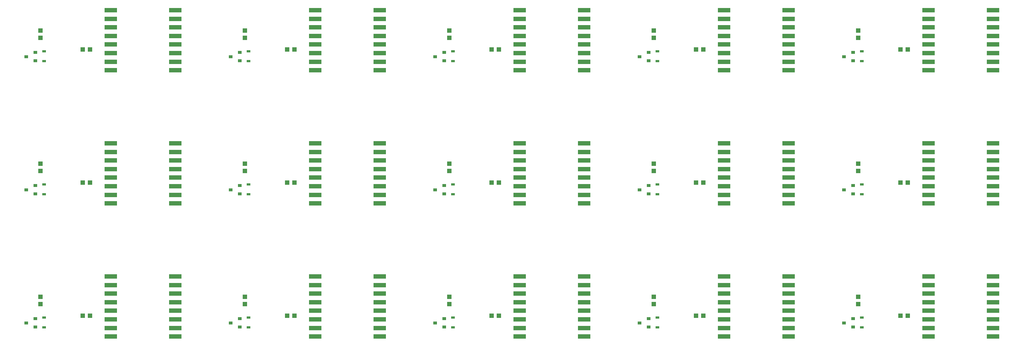
<source format=gbp>
G75*
%MOIN*%
%OFA0B0*%
%FSLAX25Y25*%
%IPPOS*%
%LPD*%
%AMOC8*
5,1,8,0,0,1.08239X$1,22.5*
%
%ADD10R,0.04331X0.03937*%
%ADD11R,0.11811X0.03937*%
%ADD12R,0.03268X0.02480*%
%ADD13R,0.03937X0.04331*%
%ADD14R,0.03543X0.03150*%
D10*
X0132065Y0080500D03*
X0138758Y0080500D03*
X0319065Y0080500D03*
X0325758Y0080500D03*
X0506065Y0080500D03*
X0512758Y0080500D03*
X0693065Y0080500D03*
X0699758Y0080500D03*
X0880065Y0080500D03*
X0886758Y0080500D03*
X0886758Y0202500D03*
X0880065Y0202500D03*
X0699758Y0202500D03*
X0693065Y0202500D03*
X0512758Y0202500D03*
X0506065Y0202500D03*
X0325758Y0202500D03*
X0319065Y0202500D03*
X0138758Y0202500D03*
X0132065Y0202500D03*
X0132065Y0324500D03*
X0138758Y0324500D03*
X0319065Y0324500D03*
X0325758Y0324500D03*
X0506065Y0324500D03*
X0512758Y0324500D03*
X0693065Y0324500D03*
X0699758Y0324500D03*
X0880065Y0324500D03*
X0886758Y0324500D03*
D11*
X0157884Y0061441D03*
X0157884Y0069315D03*
X0157884Y0077189D03*
X0157884Y0085063D03*
X0157884Y0092937D03*
X0157884Y0100811D03*
X0157884Y0108685D03*
X0157884Y0116559D03*
X0216939Y0116559D03*
X0216939Y0108685D03*
X0216939Y0100811D03*
X0216939Y0092937D03*
X0216939Y0085063D03*
X0216939Y0077189D03*
X0216939Y0069315D03*
X0216939Y0061441D03*
X0344884Y0061441D03*
X0344884Y0069315D03*
X0344884Y0077189D03*
X0344884Y0085063D03*
X0344884Y0092937D03*
X0344884Y0100811D03*
X0344884Y0108685D03*
X0344884Y0116559D03*
X0403939Y0116559D03*
X0403939Y0108685D03*
X0403939Y0100811D03*
X0403939Y0092937D03*
X0403939Y0085063D03*
X0403939Y0077189D03*
X0403939Y0069315D03*
X0403939Y0061441D03*
X0531884Y0061441D03*
X0531884Y0069315D03*
X0531884Y0077189D03*
X0531884Y0085063D03*
X0531884Y0092937D03*
X0531884Y0100811D03*
X0531884Y0108685D03*
X0531884Y0116559D03*
X0590939Y0116559D03*
X0590939Y0108685D03*
X0590939Y0100811D03*
X0590939Y0092937D03*
X0590939Y0085063D03*
X0590939Y0077189D03*
X0590939Y0069315D03*
X0590939Y0061441D03*
X0718884Y0061441D03*
X0718884Y0069315D03*
X0718884Y0077189D03*
X0718884Y0085063D03*
X0718884Y0092937D03*
X0718884Y0100811D03*
X0718884Y0108685D03*
X0718884Y0116559D03*
X0777939Y0116559D03*
X0777939Y0108685D03*
X0777939Y0100811D03*
X0777939Y0092937D03*
X0777939Y0085063D03*
X0777939Y0077189D03*
X0777939Y0069315D03*
X0777939Y0061441D03*
X0905884Y0061441D03*
X0905884Y0069315D03*
X0905884Y0077189D03*
X0905884Y0085063D03*
X0905884Y0092937D03*
X0905884Y0100811D03*
X0905884Y0108685D03*
X0905884Y0116559D03*
X0964939Y0116559D03*
X0964939Y0108685D03*
X0964939Y0100811D03*
X0964939Y0092937D03*
X0964939Y0085063D03*
X0964939Y0077189D03*
X0964939Y0069315D03*
X0964939Y0061441D03*
X0964939Y0183441D03*
X0964939Y0191315D03*
X0964939Y0199189D03*
X0964939Y0207063D03*
X0964939Y0214937D03*
X0964939Y0222811D03*
X0964939Y0230685D03*
X0964939Y0238559D03*
X0905884Y0238559D03*
X0905884Y0230685D03*
X0905884Y0222811D03*
X0905884Y0214937D03*
X0905884Y0207063D03*
X0905884Y0199189D03*
X0905884Y0191315D03*
X0905884Y0183441D03*
X0777939Y0183441D03*
X0777939Y0191315D03*
X0777939Y0199189D03*
X0777939Y0207063D03*
X0777939Y0214937D03*
X0777939Y0222811D03*
X0777939Y0230685D03*
X0777939Y0238559D03*
X0718884Y0238559D03*
X0718884Y0230685D03*
X0718884Y0222811D03*
X0718884Y0214937D03*
X0718884Y0207063D03*
X0718884Y0199189D03*
X0718884Y0191315D03*
X0718884Y0183441D03*
X0590939Y0183441D03*
X0590939Y0191315D03*
X0590939Y0199189D03*
X0590939Y0207063D03*
X0590939Y0214937D03*
X0590939Y0222811D03*
X0590939Y0230685D03*
X0590939Y0238559D03*
X0531884Y0238559D03*
X0531884Y0230685D03*
X0531884Y0222811D03*
X0531884Y0214937D03*
X0531884Y0207063D03*
X0531884Y0199189D03*
X0531884Y0191315D03*
X0531884Y0183441D03*
X0403939Y0183441D03*
X0403939Y0191315D03*
X0403939Y0199189D03*
X0403939Y0207063D03*
X0403939Y0214937D03*
X0403939Y0222811D03*
X0403939Y0230685D03*
X0403939Y0238559D03*
X0344884Y0238559D03*
X0344884Y0230685D03*
X0344884Y0222811D03*
X0344884Y0214937D03*
X0344884Y0207063D03*
X0344884Y0199189D03*
X0344884Y0191315D03*
X0344884Y0183441D03*
X0216939Y0183441D03*
X0216939Y0191315D03*
X0216939Y0199189D03*
X0216939Y0207063D03*
X0216939Y0214937D03*
X0216939Y0222811D03*
X0216939Y0230685D03*
X0216939Y0238559D03*
X0157884Y0238559D03*
X0157884Y0230685D03*
X0157884Y0222811D03*
X0157884Y0214937D03*
X0157884Y0207063D03*
X0157884Y0199189D03*
X0157884Y0191315D03*
X0157884Y0183441D03*
X0157884Y0305441D03*
X0157884Y0313315D03*
X0157884Y0321189D03*
X0157884Y0329063D03*
X0157884Y0336937D03*
X0157884Y0344811D03*
X0157884Y0352685D03*
X0157884Y0360559D03*
X0216939Y0360559D03*
X0216939Y0352685D03*
X0216939Y0344811D03*
X0216939Y0336937D03*
X0216939Y0329063D03*
X0216939Y0321189D03*
X0216939Y0313315D03*
X0216939Y0305441D03*
X0344884Y0305441D03*
X0344884Y0313315D03*
X0344884Y0321189D03*
X0344884Y0329063D03*
X0344884Y0336937D03*
X0344884Y0344811D03*
X0344884Y0352685D03*
X0344884Y0360559D03*
X0403939Y0360559D03*
X0403939Y0352685D03*
X0403939Y0344811D03*
X0403939Y0336937D03*
X0403939Y0329063D03*
X0403939Y0321189D03*
X0403939Y0313315D03*
X0403939Y0305441D03*
X0531884Y0305441D03*
X0531884Y0313315D03*
X0531884Y0321189D03*
X0531884Y0329063D03*
X0531884Y0336937D03*
X0531884Y0344811D03*
X0531884Y0352685D03*
X0531884Y0360559D03*
X0590939Y0360559D03*
X0590939Y0352685D03*
X0590939Y0344811D03*
X0590939Y0336937D03*
X0590939Y0329063D03*
X0590939Y0321189D03*
X0590939Y0313315D03*
X0590939Y0305441D03*
X0718884Y0305441D03*
X0718884Y0313315D03*
X0718884Y0321189D03*
X0718884Y0329063D03*
X0718884Y0336937D03*
X0718884Y0344811D03*
X0718884Y0352685D03*
X0718884Y0360559D03*
X0777939Y0360559D03*
X0777939Y0352685D03*
X0777939Y0344811D03*
X0777939Y0336937D03*
X0777939Y0329063D03*
X0777939Y0321189D03*
X0777939Y0313315D03*
X0777939Y0305441D03*
X0905884Y0305441D03*
X0905884Y0313315D03*
X0905884Y0321189D03*
X0905884Y0329063D03*
X0905884Y0336937D03*
X0905884Y0344811D03*
X0905884Y0352685D03*
X0905884Y0360559D03*
X0964939Y0360559D03*
X0964939Y0352685D03*
X0964939Y0344811D03*
X0964939Y0336937D03*
X0964939Y0329063D03*
X0964939Y0321189D03*
X0964939Y0313315D03*
X0964939Y0305441D03*
D12*
X0844912Y0313972D03*
X0844912Y0323028D03*
X0657912Y0323028D03*
X0657912Y0313972D03*
X0470912Y0313972D03*
X0470912Y0323028D03*
X0283912Y0323028D03*
X0283912Y0313972D03*
X0096912Y0313972D03*
X0096912Y0323028D03*
X0096912Y0201028D03*
X0096912Y0191972D03*
X0283912Y0191972D03*
X0283912Y0201028D03*
X0470912Y0201028D03*
X0470912Y0191972D03*
X0657912Y0191972D03*
X0657912Y0201028D03*
X0844912Y0201028D03*
X0844912Y0191972D03*
X0844912Y0079028D03*
X0844912Y0069972D03*
X0657912Y0069972D03*
X0657912Y0079028D03*
X0470912Y0079028D03*
X0470912Y0069972D03*
X0283912Y0069972D03*
X0283912Y0079028D03*
X0096912Y0079028D03*
X0096912Y0069972D03*
D13*
X0093412Y0091154D03*
X0093412Y0097846D03*
X0280412Y0097846D03*
X0280412Y0091154D03*
X0467412Y0091154D03*
X0467412Y0097846D03*
X0654412Y0097846D03*
X0654412Y0091154D03*
X0841412Y0091154D03*
X0841412Y0097846D03*
X0841412Y0213154D03*
X0841412Y0219846D03*
X0654412Y0219846D03*
X0654412Y0213154D03*
X0467412Y0213154D03*
X0467412Y0219846D03*
X0280412Y0219846D03*
X0280412Y0213154D03*
X0093412Y0213154D03*
X0093412Y0219846D03*
X0093412Y0335154D03*
X0093412Y0341846D03*
X0280412Y0341846D03*
X0280412Y0335154D03*
X0467412Y0335154D03*
X0467412Y0341846D03*
X0654412Y0341846D03*
X0654412Y0335154D03*
X0841412Y0335154D03*
X0841412Y0341846D03*
D14*
X0836849Y0321740D03*
X0836849Y0314260D03*
X0828581Y0318000D03*
X0649849Y0314260D03*
X0649849Y0321740D03*
X0641581Y0318000D03*
X0462849Y0314260D03*
X0462849Y0321740D03*
X0454581Y0318000D03*
X0275849Y0314260D03*
X0275849Y0321740D03*
X0267581Y0318000D03*
X0088849Y0314260D03*
X0088849Y0321740D03*
X0080581Y0318000D03*
X0088849Y0199740D03*
X0080581Y0196000D03*
X0088849Y0192260D03*
X0267581Y0196000D03*
X0275849Y0192260D03*
X0275849Y0199740D03*
X0454581Y0196000D03*
X0462849Y0192260D03*
X0462849Y0199740D03*
X0641581Y0196000D03*
X0649849Y0192260D03*
X0649849Y0199740D03*
X0828581Y0196000D03*
X0836849Y0192260D03*
X0836849Y0199740D03*
X0836849Y0077740D03*
X0828581Y0074000D03*
X0836849Y0070260D03*
X0649849Y0070260D03*
X0641581Y0074000D03*
X0649849Y0077740D03*
X0462849Y0077740D03*
X0454581Y0074000D03*
X0462849Y0070260D03*
X0275849Y0070260D03*
X0267581Y0074000D03*
X0275849Y0077740D03*
X0088849Y0077740D03*
X0080581Y0074000D03*
X0088849Y0070260D03*
M02*

</source>
